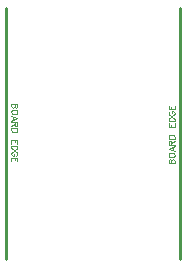
<source format=gbr>
G04 DipTrace 3.1.0.1*
G04 TopAssy.gbr*
%MOIN*%
G04 #@! TF.FileFunction,Drawing,Top*
G04 #@! TF.Part,Single*
%ADD10C,0.009843*%
%ADD35C,0.003088*%
%FSLAX26Y26*%
G04*
G70*
G90*
G75*
G01*
G04 TopAssy*
%LPD*%
X510089Y1312898D2*
D10*
Y475102D1*
X1090410D2*
Y1312898D1*
X548387Y993410D2*
D35*
X528291D1*
Y984788D1*
X529264Y981914D1*
X530214Y980964D1*
X532116Y980013D1*
X534990D1*
X536913Y980964D1*
X537864Y981914D1*
X538814Y984788D1*
X539787Y981914D1*
X540738Y980964D1*
X542639Y980013D1*
X544562D1*
X546464Y980964D1*
X547436Y981914D1*
X548387Y984788D1*
Y993410D1*
X538814D2*
Y984788D1*
X548387Y968089D2*
X547436Y970013D1*
X545513Y971914D1*
X543612Y972887D1*
X540738Y973837D1*
X535940D1*
X533088Y972887D1*
X531165Y971914D1*
X529264Y970013D1*
X528291Y968089D1*
Y964265D1*
X529264Y962363D1*
X531165Y960440D1*
X533088Y959489D1*
X535940Y958539D1*
X540738D1*
X543612Y959489D1*
X545513Y960440D1*
X547436Y962363D1*
X548387Y964265D1*
Y968089D1*
X528291Y937042D2*
X548387Y944714D1*
X528291Y952363D1*
X534990Y949489D2*
Y939916D1*
X538814Y930867D2*
Y922267D1*
X539787Y919393D1*
X540738Y918420D1*
X542639Y917469D1*
X544562D1*
X546464Y918420D1*
X547436Y919393D1*
X548387Y922267D1*
Y930867D1*
X528291D1*
X538814Y924168D2*
X528291Y917469D1*
X548387Y911294D2*
X528291D1*
Y904595D1*
X529264Y901721D1*
X531165Y899798D1*
X533089Y898847D1*
X535940Y897896D1*
X540738D1*
X543612Y898847D1*
X545513Y899798D1*
X547436Y901721D1*
X548387Y904595D1*
Y911294D1*
Y859856D2*
Y872280D1*
X528291D1*
Y859856D1*
X538814Y872280D2*
Y864631D1*
X548387Y853680D2*
X528291D1*
Y846981D1*
X529264Y844107D1*
X531165Y842184D1*
X533089Y841233D1*
X535940Y840283D1*
X540738D1*
X543612Y841233D1*
X545513Y842184D1*
X547436Y844107D1*
X548387Y846981D1*
Y853680D1*
X543612Y819759D2*
X545513Y820710D1*
X547436Y822633D1*
X548387Y824534D1*
Y828359D1*
X547436Y830282D1*
X545513Y832183D1*
X543612Y833156D1*
X540738Y834107D1*
X535940D1*
X533089Y833156D1*
X531165Y832183D1*
X529264Y830282D1*
X528291Y828359D1*
Y824534D1*
X529264Y822633D1*
X531165Y820710D1*
X533089Y819759D1*
X535940D1*
Y824534D1*
X548387Y801159D2*
Y813583D1*
X528291D1*
Y801159D1*
X538814Y813583D2*
Y805934D1*
X1052112Y794590D2*
X1072208D1*
Y803212D1*
X1071235Y806086D1*
X1070284Y807036D1*
X1068383Y807987D1*
X1065509D1*
X1063586Y807036D1*
X1062635Y806086D1*
X1061684Y803212D1*
X1060712Y806086D1*
X1059761Y807036D1*
X1057860Y807987D1*
X1055936D1*
X1054035Y807036D1*
X1053062Y806086D1*
X1052112Y803212D1*
Y794590D1*
X1061684D2*
Y803212D1*
X1052112Y819911D2*
X1053062Y817987D1*
X1054986Y816086D1*
X1056887Y815113D1*
X1059761Y814163D1*
X1064558D1*
X1067410Y815113D1*
X1069334Y816086D1*
X1071235Y817987D1*
X1072208Y819911D1*
Y823735D1*
X1071235Y825637D1*
X1069334Y827560D1*
X1067410Y828511D1*
X1064558Y829461D1*
X1059761D1*
X1056887Y828511D1*
X1054986Y827560D1*
X1053062Y825637D1*
X1052112Y823735D1*
Y819911D1*
X1072208Y850958D2*
X1052112Y843286D1*
X1072208Y835637D1*
X1065509Y838511D2*
Y848084D1*
X1061684Y857133D2*
Y865733D1*
X1060712Y868607D1*
X1059761Y869580D1*
X1057860Y870531D1*
X1055936D1*
X1054035Y869580D1*
X1053062Y868607D1*
X1052112Y865733D1*
Y857133D1*
X1072208D1*
X1061684Y863832D2*
X1072208Y870531D1*
X1052112Y876706D2*
X1072208D1*
Y883405D1*
X1071235Y886279D1*
X1069334Y888202D1*
X1067410Y889153D1*
X1064558Y890104D1*
X1059761D1*
X1056887Y889153D1*
X1054986Y888202D1*
X1053062Y886279D1*
X1052112Y883405D1*
Y876706D1*
Y928144D2*
Y915720D1*
X1072208D1*
Y928144D1*
X1061684Y915720D2*
Y923369D1*
X1052112Y934320D2*
X1072208D1*
Y941019D1*
X1071235Y943893D1*
X1069334Y945816D1*
X1067410Y946767D1*
X1064558Y947717D1*
X1059761D1*
X1056887Y946767D1*
X1054986Y945816D1*
X1053062Y943893D1*
X1052112Y941019D1*
Y934320D1*
X1056887Y968241D2*
X1054986Y967290D1*
X1053062Y965367D1*
X1052112Y963466D1*
Y959641D1*
X1053062Y957718D1*
X1054986Y955817D1*
X1056887Y954844D1*
X1059761Y953893D1*
X1064558D1*
X1067410Y954844D1*
X1069334Y955817D1*
X1071235Y957718D1*
X1072208Y959641D1*
Y963466D1*
X1071235Y965367D1*
X1069334Y967290D1*
X1067410Y968241D1*
X1064558D1*
Y963466D1*
X1052112Y986841D2*
Y974417D1*
X1072208D1*
Y986841D1*
X1061684Y974417D2*
Y982066D1*
M02*

</source>
